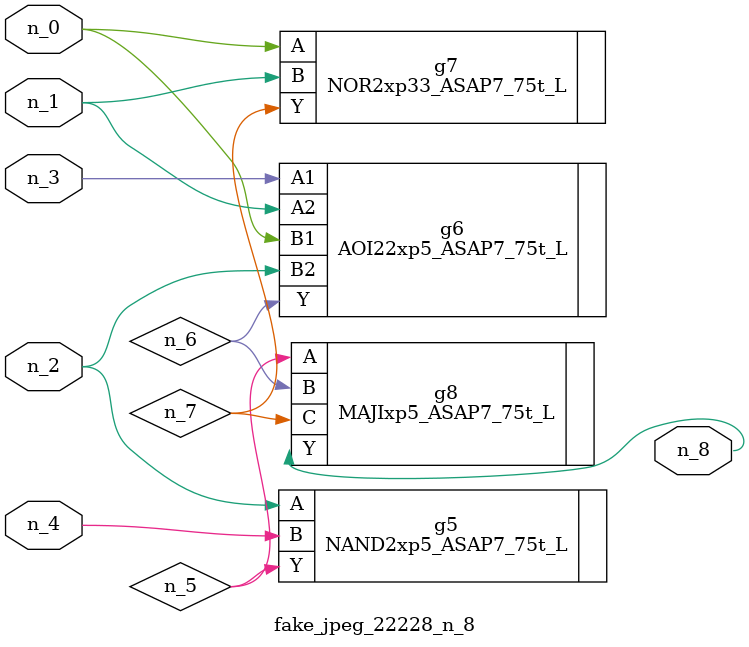
<source format=v>
module fake_jpeg_22228_n_8 (n_3, n_2, n_1, n_0, n_4, n_8);

input n_3;
input n_2;
input n_1;
input n_0;
input n_4;

output n_8;

wire n_6;
wire n_5;
wire n_7;

NAND2xp5_ASAP7_75t_L g5 ( 
.A(n_2),
.B(n_4),
.Y(n_5)
);

AOI22xp5_ASAP7_75t_L g6 ( 
.A1(n_3),
.A2(n_1),
.B1(n_0),
.B2(n_2),
.Y(n_6)
);

NOR2xp33_ASAP7_75t_L g7 ( 
.A(n_0),
.B(n_1),
.Y(n_7)
);

MAJIxp5_ASAP7_75t_L g8 ( 
.A(n_5),
.B(n_6),
.C(n_7),
.Y(n_8)
);


endmodule
</source>
